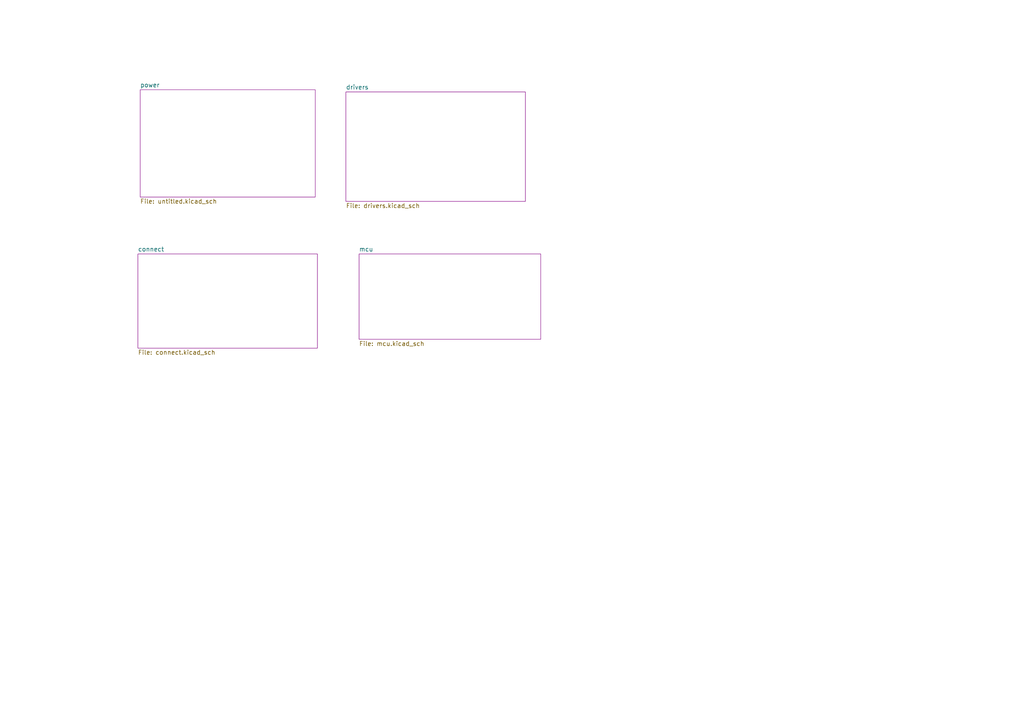
<source format=kicad_sch>
(kicad_sch (version 20210406) (generator eeschema)
  (paper "A4")
  (lib_symbols)
  (sheet (at 40.005 73.66) (size 52.07 27.305) (stroke (width 0.0006) (color 132 0 132 1)) (fill (color 255 255 255 0.0000))
    (property "Sheet name" "connect" (at 40.005 73.0243 0) (effects (justify left bottom)))
    (property "Sheet file" "connect.kicad_sch" (at 40.005 101.4737 0) (effects (justify left top)))
  )
  (sheet (at 100.33 26.67) (size 52.07 31.75) (stroke (width 0.0006) (color 132 0 132 1)) (fill (color 255 255 255 0.0000))
    (property "Sheet name" "drivers" (at 100.33 26.0343 0) (effects (justify left bottom)))
    (property "Sheet file" "drivers.kicad_sch" (at 100.33 58.9287 0) (effects (justify left top)))
  )
  (sheet (at 104.14 73.66) (size 52.705 24.765) (stroke (width 0.0006) (color 132 0 132 1)) (fill (color 255 255 255 0.0000))
    (property "Sheet name" "mcu" (at 104.14 73.0243 0) (effects (justify left bottom)))
    (property "Sheet file" "mcu.kicad_sch" (at 104.14 98.9337 0) (effects (justify left top)))
  )
  (sheet (at 40.64 26.035) (size 50.8 31.115) (stroke (width 0.0006) (color 132 0 132 1)) (fill (color 255 255 255 0.0000))
    (property "Sheet name" "power" (at 40.64 25.3993 0) (effects (justify left bottom)))
    (property "Sheet file" "untitled.kicad_sch" (at 40.64 57.6587 0) (effects (justify left top)))
  )
)
</source>
